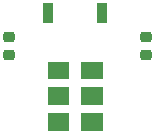
<source format=gbr>
%TF.GenerationSoftware,KiCad,Pcbnew,6.0.7-f9a2dced07~116~ubuntu22.04.1*%
%TF.CreationDate,2022-09-19T14:52:11-04:00*%
%TF.ProjectId,Main_Controller_PCB V0.1,4d61696e-5f43-46f6-9e74-726f6c6c6572,rev?*%
%TF.SameCoordinates,Original*%
%TF.FileFunction,Paste,Top*%
%TF.FilePolarity,Positive*%
%FSLAX46Y46*%
G04 Gerber Fmt 4.6, Leading zero omitted, Abs format (unit mm)*
G04 Created by KiCad (PCBNEW 6.0.7-f9a2dced07~116~ubuntu22.04.1) date 2022-09-19 14:52:11*
%MOMM*%
%LPD*%
G01*
G04 APERTURE LIST*
G04 Aperture macros list*
%AMRoundRect*
0 Rectangle with rounded corners*
0 $1 Rounding radius*
0 $2 $3 $4 $5 $6 $7 $8 $9 X,Y pos of 4 corners*
0 Add a 4 corners polygon primitive as box body*
4,1,4,$2,$3,$4,$5,$6,$7,$8,$9,$2,$3,0*
0 Add four circle primitives for the rounded corners*
1,1,$1+$1,$2,$3*
1,1,$1+$1,$4,$5*
1,1,$1+$1,$6,$7*
1,1,$1+$1,$8,$9*
0 Add four rect primitives between the rounded corners*
20,1,$1+$1,$2,$3,$4,$5,0*
20,1,$1+$1,$4,$5,$6,$7,0*
20,1,$1+$1,$6,$7,$8,$9,0*
20,1,$1+$1,$8,$9,$2,$3,0*%
G04 Aperture macros list end*
%ADD10C,0.010000*%
%ADD11RoundRect,0.225000X-0.250000X0.225000X-0.250000X-0.225000X0.250000X-0.225000X0.250000X0.225000X0*%
%ADD12R,0.960000X1.730000*%
G04 APERTURE END LIST*
%TO.C,VR1*%
G36*
X162865000Y-118715000D02*
G01*
X161155000Y-118715000D01*
X161155000Y-117285000D01*
X162865000Y-117285000D01*
X162865000Y-118715000D01*
G37*
D10*
X162865000Y-118715000D02*
X161155000Y-118715000D01*
X161155000Y-117285000D01*
X162865000Y-117285000D01*
X162865000Y-118715000D01*
G36*
X160045000Y-116545000D02*
G01*
X158335000Y-116545000D01*
X158335000Y-115115000D01*
X160045000Y-115115000D01*
X160045000Y-116545000D01*
G37*
X160045000Y-116545000D02*
X158335000Y-116545000D01*
X158335000Y-115115000D01*
X160045000Y-115115000D01*
X160045000Y-116545000D01*
G36*
X160045000Y-120885000D02*
G01*
X158335000Y-120885000D01*
X158335000Y-119455000D01*
X160045000Y-119455000D01*
X160045000Y-120885000D01*
G37*
X160045000Y-120885000D02*
X158335000Y-120885000D01*
X158335000Y-119455000D01*
X160045000Y-119455000D01*
X160045000Y-120885000D01*
G36*
X162865000Y-120885000D02*
G01*
X161155000Y-120885000D01*
X161155000Y-119455000D01*
X162865000Y-119455000D01*
X162865000Y-120885000D01*
G37*
X162865000Y-120885000D02*
X161155000Y-120885000D01*
X161155000Y-119455000D01*
X162865000Y-119455000D01*
X162865000Y-120885000D01*
G36*
X160045000Y-118715000D02*
G01*
X158335000Y-118715000D01*
X158335000Y-117285000D01*
X160045000Y-117285000D01*
X160045000Y-118715000D01*
G37*
X160045000Y-118715000D02*
X158335000Y-118715000D01*
X158335000Y-117285000D01*
X160045000Y-117285000D01*
X160045000Y-118715000D01*
G36*
X162865000Y-116545000D02*
G01*
X161155000Y-116545000D01*
X161155000Y-115115000D01*
X162865000Y-115115000D01*
X162865000Y-116545000D01*
G37*
X162865000Y-116545000D02*
X161155000Y-116545000D01*
X161155000Y-115115000D01*
X162865000Y-115115000D01*
X162865000Y-116545000D01*
%TD*%
D11*
%TO.C,C1*%
X166650000Y-113000000D03*
X166650000Y-114550000D03*
%TD*%
D12*
%TO.C,VR1*%
X162885000Y-110980000D03*
X158315000Y-110980000D03*
%TD*%
D11*
%TO.C,C2*%
X155050000Y-113000000D03*
X155050000Y-114550000D03*
%TD*%
M02*

</source>
